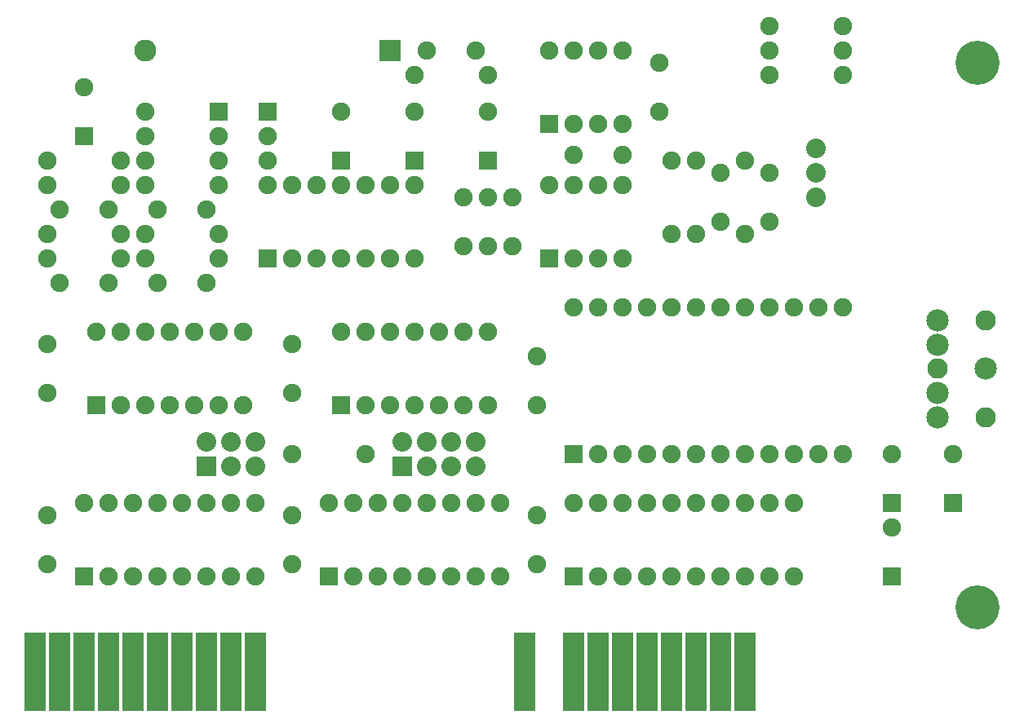
<source format=gts>
G04 (created by PCBNEW-RS274X (2012-01-19 BZR 3256)-stable) date 9/26/2012 11:25:36 PM*
G01*
G70*
G90*
%MOIN*%
G04 Gerber Fmt 3.4, Leading zero omitted, Abs format*
%FSLAX34Y34*%
G04 APERTURE LIST*
%ADD10C,0.006000*%
%ADD11R,0.090000X0.320000*%
%ADD12C,0.180000*%
%ADD13C,0.090900*%
%ADD14C,0.083000*%
%ADD15C,0.075000*%
%ADD16R,0.075000X0.075000*%
%ADD17C,0.090000*%
%ADD18R,0.090000X0.090000*%
%ADD19R,0.080000X0.080000*%
%ADD20C,0.080000*%
G04 APERTURE END LIST*
G54D10*
G54D11*
X70000Y-47375D03*
X69000Y-47375D03*
X68000Y-47375D03*
X67000Y-47375D03*
X66000Y-47375D03*
X65000Y-47375D03*
X64000Y-47375D03*
X63000Y-47375D03*
X61000Y-47375D03*
X50000Y-47375D03*
X49000Y-47375D03*
X48000Y-47375D03*
X47000Y-47375D03*
X46000Y-47375D03*
X45000Y-47375D03*
X44000Y-47375D03*
X43000Y-47375D03*
X42000Y-47375D03*
X41000Y-47375D03*
G54D12*
X79500Y-22500D03*
X79500Y-44750D03*
G54D13*
X79819Y-35000D03*
X77850Y-33031D03*
X77850Y-34016D03*
X77850Y-35984D03*
X77850Y-36969D03*
G54D14*
X77850Y-35000D03*
X79819Y-33031D03*
X79819Y-36969D03*
G54D15*
X61500Y-41000D03*
X61500Y-43000D03*
X41500Y-41000D03*
X41500Y-43000D03*
X41500Y-34000D03*
X41500Y-36000D03*
X51500Y-34000D03*
X51500Y-36000D03*
X61500Y-34500D03*
X61500Y-36500D03*
X60500Y-30000D03*
X60500Y-28000D03*
X59500Y-28000D03*
X59500Y-30000D03*
X66500Y-22500D03*
X66500Y-24500D03*
G54D16*
X56500Y-26500D03*
G54D15*
X56500Y-24500D03*
X57000Y-22000D03*
X59000Y-22000D03*
X46000Y-28500D03*
X48000Y-28500D03*
X69000Y-27000D03*
X69000Y-29000D03*
X71000Y-27000D03*
X71000Y-29000D03*
G54D16*
X43000Y-43500D03*
G54D15*
X44000Y-43500D03*
X45000Y-43500D03*
X46000Y-43500D03*
X47000Y-43500D03*
X48000Y-43500D03*
X49000Y-43500D03*
X50000Y-43500D03*
X50000Y-40500D03*
X49000Y-40500D03*
X48000Y-40500D03*
X47000Y-40500D03*
X46000Y-40500D03*
X45000Y-40500D03*
X44000Y-40500D03*
X43000Y-40500D03*
G54D16*
X53000Y-43500D03*
G54D15*
X54000Y-43500D03*
X55000Y-43500D03*
X56000Y-43500D03*
X57000Y-43500D03*
X58000Y-43500D03*
X59000Y-43500D03*
X60000Y-43500D03*
X60000Y-40500D03*
X59000Y-40500D03*
X58000Y-40500D03*
X57000Y-40500D03*
X56000Y-40500D03*
X55000Y-40500D03*
X54000Y-40500D03*
X53000Y-40500D03*
G54D16*
X53500Y-36500D03*
G54D15*
X54500Y-36500D03*
X55500Y-36500D03*
X56500Y-36500D03*
X57500Y-36500D03*
X58500Y-36500D03*
X59500Y-36500D03*
X59500Y-33500D03*
X58500Y-33500D03*
X57500Y-33500D03*
X56500Y-33500D03*
X55500Y-33500D03*
X54500Y-33500D03*
X53500Y-33500D03*
G54D16*
X63000Y-38500D03*
G54D15*
X64000Y-38500D03*
X65000Y-38500D03*
X66000Y-38500D03*
X67000Y-38500D03*
X68000Y-38500D03*
X69000Y-38500D03*
X70000Y-38500D03*
X71000Y-38500D03*
X72000Y-38500D03*
X73000Y-38500D03*
X74000Y-38500D03*
X74000Y-32500D03*
X73000Y-32500D03*
X72000Y-32500D03*
X71000Y-32500D03*
X70000Y-32500D03*
X69000Y-32500D03*
X68000Y-32500D03*
X67000Y-32500D03*
X66000Y-32500D03*
X65000Y-32500D03*
X64000Y-32500D03*
X63000Y-32500D03*
G54D16*
X62000Y-30500D03*
G54D15*
X63000Y-30500D03*
X64000Y-30500D03*
X65000Y-30500D03*
X65000Y-27500D03*
X64000Y-27500D03*
X63000Y-27500D03*
X62000Y-27500D03*
G54D16*
X50500Y-30500D03*
G54D15*
X51500Y-30500D03*
X52500Y-30500D03*
X53500Y-30500D03*
X54500Y-30500D03*
X55500Y-30500D03*
X56500Y-30500D03*
X56500Y-27500D03*
X55500Y-27500D03*
X54500Y-27500D03*
X53500Y-27500D03*
X52500Y-27500D03*
X51500Y-27500D03*
X50500Y-27500D03*
G54D16*
X62000Y-25000D03*
G54D15*
X63000Y-25000D03*
X64000Y-25000D03*
X65000Y-25000D03*
X65000Y-22000D03*
X64000Y-22000D03*
X63000Y-22000D03*
X62000Y-22000D03*
G54D17*
X45500Y-22000D03*
G54D18*
X55500Y-22000D03*
G54D15*
X45500Y-24500D03*
G54D16*
X48500Y-24500D03*
G54D15*
X45500Y-30500D03*
X48500Y-30500D03*
X45500Y-29500D03*
X48500Y-29500D03*
X45500Y-26500D03*
X48500Y-26500D03*
X67000Y-26500D03*
X67000Y-29500D03*
X71000Y-23000D03*
X74000Y-23000D03*
X70000Y-26500D03*
X70000Y-29500D03*
X51500Y-38500D03*
X54500Y-38500D03*
X41500Y-29500D03*
X44500Y-29500D03*
X44500Y-30500D03*
X41500Y-30500D03*
X41500Y-26500D03*
X44500Y-26500D03*
X44500Y-27500D03*
X41500Y-27500D03*
X48500Y-25500D03*
X45500Y-25500D03*
X68000Y-29500D03*
X68000Y-26500D03*
X59500Y-23000D03*
X56500Y-23000D03*
X74000Y-22000D03*
X71000Y-22000D03*
G54D19*
X56000Y-39000D03*
G54D20*
X56000Y-38000D03*
X57000Y-39000D03*
X57000Y-38000D03*
X58000Y-39000D03*
X58000Y-38000D03*
X59000Y-39000D03*
X59000Y-38000D03*
G54D19*
X48000Y-39000D03*
G54D20*
X48000Y-38000D03*
X49000Y-39000D03*
X49000Y-38000D03*
X50000Y-39000D03*
X50000Y-38000D03*
G54D16*
X50500Y-24500D03*
G54D15*
X50500Y-25500D03*
X50500Y-26500D03*
X74000Y-21000D03*
X71000Y-21000D03*
G54D20*
X72900Y-28000D03*
X72900Y-27000D03*
X72900Y-26000D03*
G54D15*
X45500Y-27500D03*
X48500Y-27500D03*
G54D16*
X63000Y-43500D03*
G54D15*
X64000Y-43500D03*
X65000Y-43500D03*
X66000Y-43500D03*
X67000Y-43500D03*
X68000Y-43500D03*
X69000Y-43500D03*
X70000Y-43500D03*
X71000Y-43500D03*
X72000Y-43500D03*
X72000Y-40500D03*
X71000Y-40500D03*
X70000Y-40500D03*
X69000Y-40500D03*
X68000Y-40500D03*
X67000Y-40500D03*
X66000Y-40500D03*
X65000Y-40500D03*
X64000Y-40500D03*
X63000Y-40500D03*
G54D16*
X43500Y-36500D03*
G54D15*
X44500Y-36500D03*
X45500Y-36500D03*
X46500Y-36500D03*
X47500Y-36500D03*
X48500Y-36500D03*
X49500Y-36500D03*
X49500Y-33500D03*
X48500Y-33500D03*
X47500Y-33500D03*
X46500Y-33500D03*
X45500Y-33500D03*
X44500Y-33500D03*
X43500Y-33500D03*
X51500Y-41000D03*
X51500Y-43000D03*
X58500Y-28000D03*
X58500Y-30000D03*
X63000Y-26250D03*
X65000Y-26250D03*
G54D16*
X76000Y-43500D03*
G54D15*
X76000Y-41500D03*
G54D16*
X76000Y-40500D03*
G54D15*
X76000Y-38500D03*
G54D16*
X78500Y-40500D03*
G54D15*
X78500Y-38500D03*
G54D16*
X43000Y-25500D03*
G54D15*
X43000Y-23500D03*
G54D16*
X59500Y-26500D03*
G54D15*
X59500Y-24500D03*
G54D16*
X53500Y-26500D03*
G54D15*
X53500Y-24500D03*
X42000Y-31500D03*
X44000Y-31500D03*
X46000Y-31500D03*
X48000Y-31500D03*
X42000Y-28500D03*
X44000Y-28500D03*
M02*

</source>
